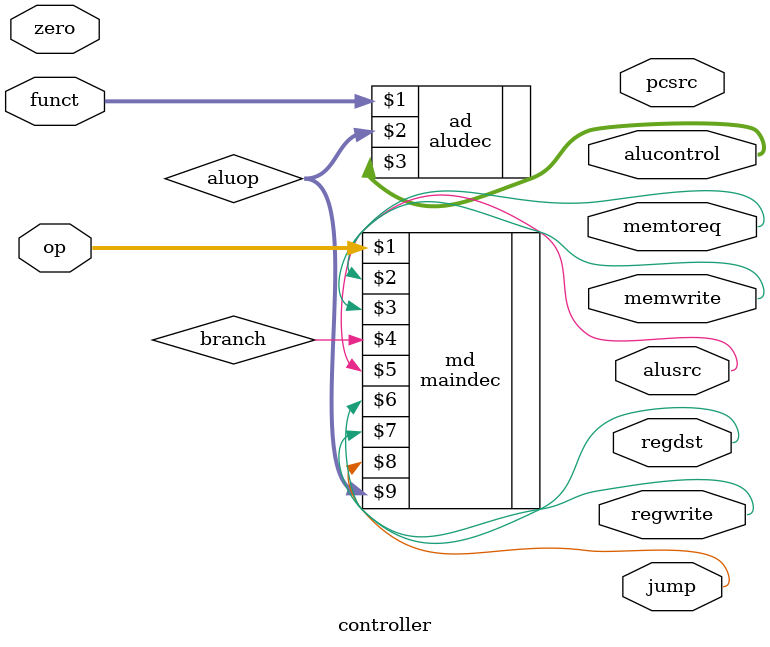
<source format=sv>
module controller
	(input  logic [5:0] op, funct,
	 input  logic zero,
	 output logic memtoreq, memwrite,
	 output logic pcsrc, alusrc,
	 output logic regdst, regwrite,
	 output logic jump,
	 output logic [2:0] alucontrol);

logic [1:0] aluop;
logic branch;

maindec md
	(op, memtoreq, memwrite, branch,
	 alusrc, regdst, regwrite, jump, aluop);
aludec ad
	(funct, aluop, alucontrol);

assign pcrsc = branch & zero;

endmodule

</source>
